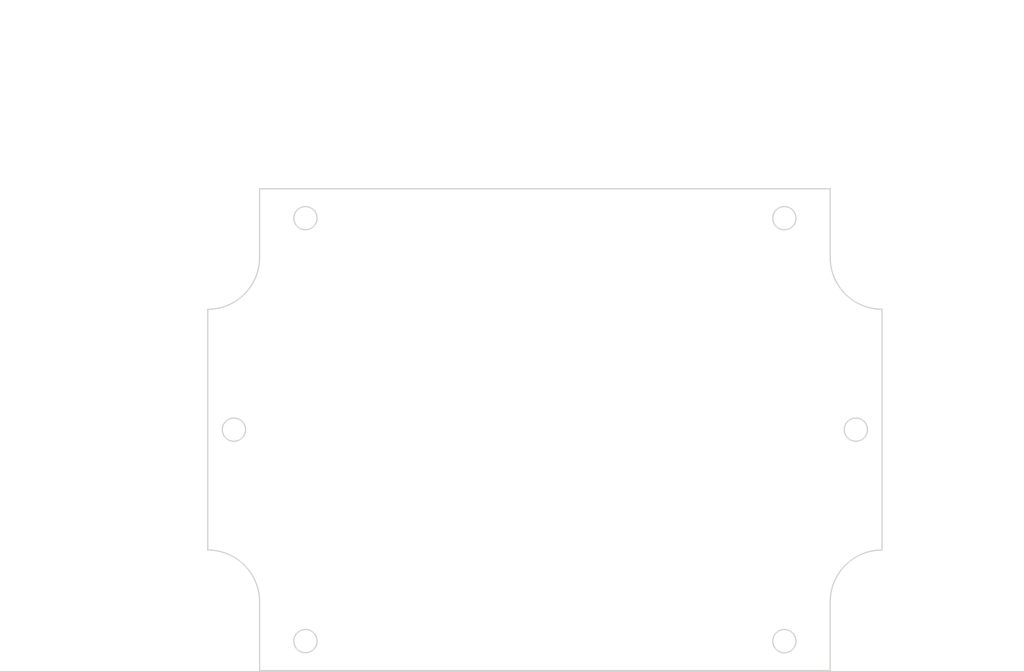
<source format=kicad_pcb>
(kicad_pcb (version 20171130) (host pcbnew "(5.1.0)-1")

  (general
    (thickness 1.6)
    (drawings 86)
    (tracks 0)
    (zones 0)
    (modules 0)
    (nets 1)
  )

  (page A4)
  (layers
    (0 F.Cu signal)
    (31 B.Cu signal)
    (32 B.Adhes user)
    (33 F.Adhes user)
    (34 B.Paste user)
    (35 F.Paste user)
    (36 B.SilkS user)
    (37 F.SilkS user)
    (38 B.Mask user)
    (39 F.Mask user)
    (40 Dwgs.User user)
    (41 Cmts.User user)
    (42 Eco1.User user)
    (43 Eco2.User user)
    (44 Edge.Cuts user)
    (45 Margin user)
    (46 B.CrtYd user)
    (47 F.CrtYd user)
    (48 B.Fab user)
    (49 F.Fab user)
  )

  (setup
    (last_trace_width 0.25)
    (trace_clearance 0.2)
    (zone_clearance 0.508)
    (zone_45_only no)
    (trace_min 0.2)
    (via_size 0.8)
    (via_drill 0.4)
    (via_min_size 0.4)
    (via_min_drill 0.3)
    (uvia_size 0.3)
    (uvia_drill 0.1)
    (uvias_allowed no)
    (uvia_min_size 0.2)
    (uvia_min_drill 0.1)
    (edge_width 0.05)
    (segment_width 0.2)
    (pcb_text_width 0.3)
    (pcb_text_size 1.5 1.5)
    (mod_edge_width 0.12)
    (mod_text_size 1 1)
    (mod_text_width 0.15)
    (pad_size 1.524 1.524)
    (pad_drill 0.762)
    (pad_to_mask_clearance 0.051)
    (solder_mask_min_width 0.25)
    (aux_axis_origin 0 0)
    (visible_elements FFFFFF7F)
    (pcbplotparams
      (layerselection 0x010fc_ffffffff)
      (usegerberextensions false)
      (usegerberattributes false)
      (usegerberadvancedattributes false)
      (creategerberjobfile false)
      (excludeedgelayer true)
      (linewidth 0.152400)
      (plotframeref false)
      (viasonmask false)
      (mode 1)
      (useauxorigin false)
      (hpglpennumber 1)
      (hpglpenspeed 20)
      (hpglpendiameter 15.000000)
      (psnegative false)
      (psa4output false)
      (plotreference true)
      (plotvalue true)
      (plotinvisibletext false)
      (padsonsilk false)
      (subtractmaskfromsilk false)
      (outputformat 1)
      (mirror false)
      (drillshape 1)
      (scaleselection 1)
      (outputdirectory ""))
  )

  (net 0 "")

  (net_class Default "This is the default net class."
    (clearance 0.2)
    (trace_width 0.25)
    (via_dia 0.8)
    (via_drill 0.4)
    (uvia_dia 0.3)
    (uvia_drill 0.1)
  )

  (gr_line (start 118.808204 145.441332) (end 118.808204 134.392332) (layer Edge.Cuts) (width 0.2))
  (gr_line (start 210.553004 145.441332) (end 118.808204 145.441332) (layer Edge.Cuts) (width 0.2))
  (gr_line (start 210.553004 134.392332) (end 210.553004 145.441332) (layer Edge.Cuts) (width 0.2))
  (gr_arc (start 218.884204 134.392332) (end 218.884204 126.061132) (angle -90) (layer Edge.Cuts) (width 0.2))
  (gr_line (start 218.884204 87.351532) (end 218.884204 126.061132) (layer Edge.Cuts) (width 0.2))
  (gr_arc (start 218.884204 79.020332) (end 210.553004 79.020332) (angle -90) (layer Edge.Cuts) (width 0.2))
  (gr_line (start 210.553004 67.971332) (end 210.553004 79.020332) (layer Edge.Cuts) (width 0.2))
  (gr_line (start 118.808204 67.971332) (end 210.553004 67.971332) (layer Edge.Cuts) (width 0.2))
  (gr_line (start 118.808204 79.020332) (end 118.808204 67.971332) (layer Edge.Cuts) (width 0.2))
  (gr_arc (start 110.477004 79.020332) (end 110.477004 87.351532) (angle -90) (layer Edge.Cuts) (width 0.2))
  (gr_line (start 110.477004 126.061132) (end 110.477004 87.351532) (layer Edge.Cuts) (width 0.2))
  (gr_arc (start 110.477004 134.392332) (end 118.808204 134.392332) (angle -90) (layer Edge.Cuts) (width 0.2))
  (gr_circle (center 114.680604 106.706332) (end 116.547504 106.706332) (layer Edge.Cuts) (width 0.2))
  (gr_circle (center 214.680604 106.706332) (end 216.547504 106.706332) (layer Edge.Cuts) (width 0.2))
  (gr_circle (center 126.180604 72.706332) (end 128.047504 72.706332) (layer Edge.Cuts) (width 0.2))
  (gr_circle (center 203.180604 72.706332) (end 205.047504 72.706332) (layer Edge.Cuts) (width 0.2))
  (gr_circle (center 126.180604 140.706332) (end 128.047504 140.706332) (layer Edge.Cuts) (width 0.2))
  (gr_circle (center 203.180604 140.706332) (end 205.047504 140.706332) (layer Edge.Cuts) (width 0.2))
  (gr_line (start 214.680604 106.796332) (end 214.680604 106.616332) (layer Dwgs.User) (width 0.2))
  (gr_line (start 214.590604 106.706332) (end 214.770604 106.706332) (layer Dwgs.User) (width 0.2))
  (gr_text "6 X ∅3.73\n[∅0.15]" (at 234.20374 116.262614) (layer Dwgs.User)
    (effects (font (size 2 1.8) (thickness 0.25)))
  )
  (gr_line (start 223.920251 116.262614) (end 217.368472 109.48631) (layer Dwgs.User) (width 0.2))
  (gr_line (start 226.828002 116.262614) (end 223.920251 116.262614) (layer Dwgs.User) (width 0.2))
  (gr_text [.76] (at 103.456821 99.110651) (layer Dwgs.User)
    (effects (font (size 2 1.8) (thickness 0.25)))
  )
  (gr_text " 19.35" (at 103.456821 95.207104) (layer Dwgs.User)
    (effects (font (size 2 1.8) (thickness 0.25)))
  )
  (gr_line (start 103.456821 104.706332) (end 103.456821 100.932479) (layer Dwgs.User) (width 0.2))
  (gr_line (start 103.456821 89.351532) (end 103.456821 93.125385) (layer Dwgs.User) (width 0.2))
  (gr_line (start 113.680604 106.706332) (end 100.281821 106.706332) (layer Dwgs.User) (width 0.2))
  (gr_line (start 109.477004 87.351532) (end 100.281821 87.351532) (layer Dwgs.User) (width 0.2))
  (gr_text [2.68] (at 155.495446 108.788051) (layer Dwgs.User)
    (effects (font (size 2 1.8) (thickness 0.25)))
  )
  (gr_text " 68.00" (at 155.495446 104.885186) (layer Dwgs.User)
    (effects (font (size 2 1.8) (thickness 0.25)))
  )
  (gr_line (start 155.495446 138.706332) (end 155.495446 110.609197) (layer Dwgs.User) (width 0.2))
  (gr_line (start 155.495446 74.706332) (end 155.495446 102.803467) (layer Dwgs.User) (width 0.2))
  (gr_line (start 127.180604 140.706332) (end 158.670446 140.706332) (layer Dwgs.User) (width 0.2))
  (gr_line (start 127.180604 72.706332) (end 158.670446 72.706332) (layer Dwgs.User) (width 0.2))
  (gr_text [.17] (at 123.157586 103.384977) (layer Dwgs.User)
    (effects (font (size 2 1.8) (thickness 0.25)))
  )
  (gr_text " 4.20" (at 123.157586 99.482112) (layer Dwgs.User)
    (effects (font (size 2 1.8) (thickness 0.25)))
  )
  (gr_line (start 116.680604 101.303258) (end 119.317341 101.303258) (layer Dwgs.User) (width 0.2))
  (gr_line (start 108.477004 101.303258) (end 106.477004 101.303258) (layer Dwgs.User) (width 0.2))
  (gr_line (start 114.680604 105.706332) (end 114.680604 98.128258) (layer Dwgs.User) (width 0.2))
  (gr_text [3.03] (at 163.078429 64.788051) (layer Dwgs.User)
    (effects (font (size 2 1.8) (thickness 0.25)))
  )
  (gr_text " 77.00" (at 163.078429 60.885186) (layer Dwgs.User)
    (effects (font (size 2 1.8) (thickness 0.25)))
  )
  (gr_line (start 201.180604 62.706332) (end 167.695619 62.706332) (layer Dwgs.User) (width 0.2))
  (gr_line (start 128.180604 62.706332) (end 158.46124 62.706332) (layer Dwgs.User) (width 0.2))
  (gr_line (start 203.180604 71.706332) (end 203.180604 59.531332) (layer Dwgs.User) (width 0.2))
  (gr_line (start 126.180604 71.706332) (end 126.180604 59.531332) (layer Dwgs.User) (width 0.2))
  (gr_text [R0.33] (at 130.869794 129.187735) (layer Dwgs.User)
    (effects (font (size 2 1.8) (thickness 0.25)))
  )
  (gr_text " R8.33" (at 130.869794 125.284188) (layer Dwgs.User)
    (effects (font (size 2 1.8) (thickness 0.25)))
  )
  (gr_line (start 123.751241 127.106016) (end 119.533544 129.421137) (layer Dwgs.User) (width 0.2))
  (gr_line (start 125.751241 127.106016) (end 123.751241 127.106016) (layer Dwgs.User) (width 0.2))
  (gr_text [4.27] (at 161.601733 43.135371) (layer Dwgs.User)
    (effects (font (size 2 1.8) (thickness 0.25)))
  )
  (gr_text " 108.41" (at 161.601733 39.232506) (layer Dwgs.User)
    (effects (font (size 2 1.8) (thickness 0.25)))
  )
  (gr_line (start 216.884204 41.053652) (end 166.806235 41.053652) (layer Dwgs.User) (width 0.2))
  (gr_line (start 112.477004 41.053652) (end 156.397231 41.053652) (layer Dwgs.User) (width 0.2))
  (gr_line (start 218.884204 86.351532) (end 218.884204 37.878652) (layer Dwgs.User) (width 0.2))
  (gr_line (start 110.477004 86.351532) (end 110.477004 37.878652) (layer Dwgs.User) (width 0.2))
  (gr_text [.33] (at 102.582344 55.871875) (layer Dwgs.User)
    (effects (font (size 2 1.8) (thickness 0.25)))
  )
  (gr_text " 8.33" (at 102.582344 51.968328) (layer Dwgs.User)
    (effects (font (size 2 1.8) (thickness 0.25)))
  )
  (gr_line (start 110.477004 53.790156) (end 106.426001 53.790156) (layer Dwgs.User) (width 0.2))
  (gr_line (start 116.808204 53.790156) (end 112.477004 53.790156) (layer Dwgs.User) (width 0.2))
  (gr_line (start 110.477004 86.351532) (end 110.477004 50.615156) (layer Dwgs.User) (width 0.2))
  (gr_line (start 118.808204 66.971332) (end 118.808204 50.615156) (layer Dwgs.User) (width 0.2))
  (gr_text [3.61] (at 163.63219 55.133527) (layer Dwgs.User)
    (effects (font (size 2 1.8) (thickness 0.25)))
  )
  (gr_text " 91.74" (at 163.63219 51.230662) (layer Dwgs.User)
    (effects (font (size 2 1.8) (thickness 0.25)))
  )
  (gr_line (start 208.553004 53.051808) (end 168.248698 53.051808) (layer Dwgs.User) (width 0.2))
  (gr_line (start 120.808204 53.051808) (end 159.015683 53.051808) (layer Dwgs.User) (width 0.2))
  (gr_line (start 210.553004 66.971332) (end 210.553004 49.876808) (layer Dwgs.User) (width 0.2))
  (gr_line (start 118.808204 66.971332) (end 118.808204 49.876808) (layer Dwgs.User) (width 0.2))
  (gr_text [3.05] (at 81.806904 105.915057) (layer Dwgs.User)
    (effects (font (size 2 1.8) (thickness 0.25)))
  )
  (gr_text " 77.47" (at 81.806904 102.033338) (layer Dwgs.User)
    (effects (font (size 2 1.8) (thickness 0.25)))
  )
  (gr_line (start 81.806904 143.441332) (end 81.806904 107.715057) (layer Dwgs.User) (width 0.2))
  (gr_line (start 81.806904 69.971332) (end 81.806904 99.951619) (layer Dwgs.User) (width 0.2))
  (gr_line (start 117.808204 145.441332) (end 78.631904 145.441332) (layer Dwgs.User) (width 0.2))
  (gr_line (start 117.808204 67.971332) (end 78.631904 67.971332) (layer Dwgs.User) (width 0.2))
  (gr_text [.76] (at 102.90306 78.206904) (layer Dwgs.User)
    (effects (font (size 2 1.8) (thickness 0.25)))
  )
  (gr_text " 19.38" (at 102.90306 74.303357) (layer Dwgs.User)
    (effects (font (size 2 1.8) (thickness 0.25)))
  )
  (gr_line (start 102.90306 69.971332) (end 102.90306 72.221638) (layer Dwgs.User) (width 0.2))
  (gr_line (start 102.90306 85.351532) (end 102.90306 80.028732) (layer Dwgs.User) (width 0.2))
  (gr_line (start 117.808204 67.971332) (end 99.72806 67.971332) (layer Dwgs.User) (width 0.2))
  (gr_line (start 109.477004 87.351532) (end 99.72806 87.351532) (layer Dwgs.User) (width 0.2))
  (gr_text [2.29] (at 94.477004 117.482347) (layer Dwgs.User)
    (effects (font (size 2 1.8) (thickness 0.25)))
  )
  (gr_text " 58.09" (at 94.477004 113.579482) (layer Dwgs.User)
    (effects (font (size 2 1.8) (thickness 0.25)))
  )
  (gr_line (start 94.477004 89.351532) (end 94.477004 111.497763) (layer Dwgs.User) (width 0.2))
  (gr_line (start 94.477004 143.441332) (end 94.477004 119.303493) (layer Dwgs.User) (width 0.2))
  (gr_line (start 109.477004 87.351532) (end 91.302004 87.351532) (layer Dwgs.User) (width 0.2))
  (gr_line (start 117.808204 145.441332) (end 91.302004 145.441332) (layer Dwgs.User) (width 0.2))

)

</source>
